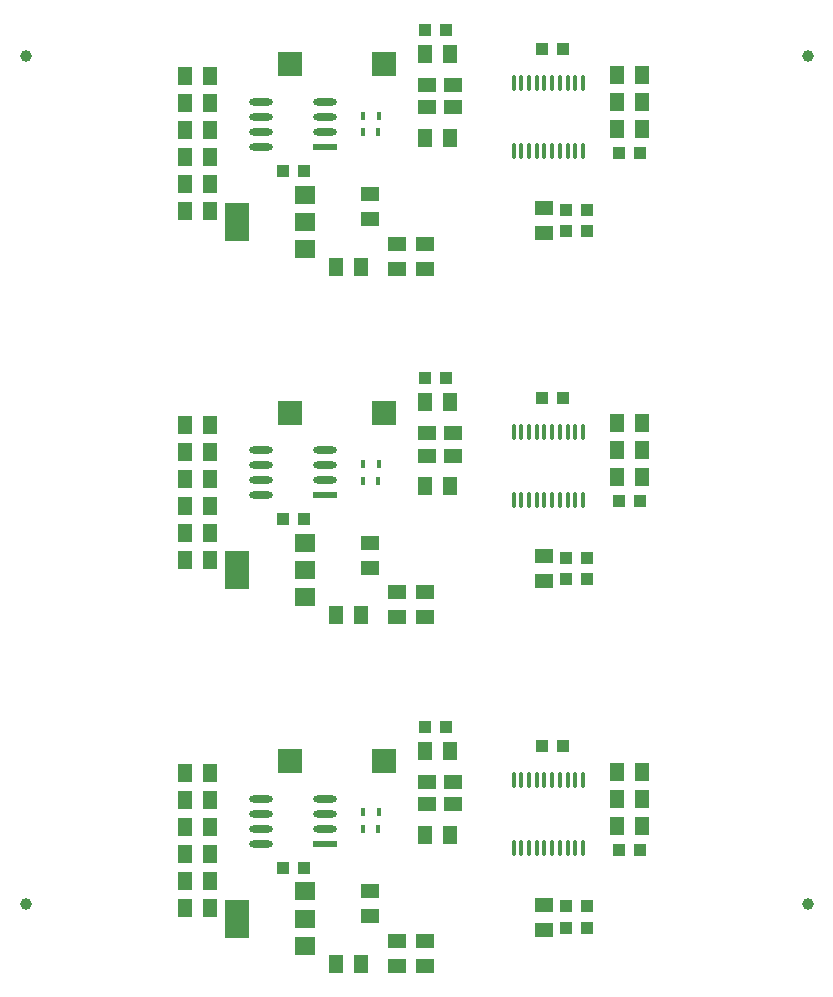
<source format=gtp>
G04 Layer_Color=8421504*
%FSLAX44Y44*%
%MOMM*%
G71*
G01*
G75*
%ADD10C,1.0000*%
%ADD11R,1.2000X1.6300*%
%ADD12R,1.0000X1.0000*%
%ADD13R,0.4000X0.8000*%
%ADD14R,1.6300X1.2000*%
%ADD15R,2.0000X0.6000*%
%ADD16O,2.0000X0.6000*%
%ADD17R,2.0000X2.0000*%
%ADD18R,1.5000X1.2000*%
%ADD19R,1.8000X1.5000*%
%ADD20R,2.0000X3.2000*%
%ADD21R,1.0000X1.0000*%
%ADD22O,0.3000X1.5000*%
D10*
X34000Y68500D02*
D03*
X696000Y786500D02*
D03*
X34000D02*
D03*
X696000Y68500D02*
D03*
D11*
X555480Y180340D02*
D03*
X534480D02*
D03*
X168720Y87630D02*
D03*
X189720D02*
D03*
X555480Y157480D02*
D03*
X534480D02*
D03*
X168720Y156210D02*
D03*
X189720D02*
D03*
X168720Y133350D02*
D03*
X189720D02*
D03*
Y110490D02*
D03*
X168720D02*
D03*
Y179070D02*
D03*
X189720D02*
D03*
X371920Y198120D02*
D03*
X392920D02*
D03*
X168720Y64770D02*
D03*
X189720D02*
D03*
X296990Y17780D02*
D03*
X317990D02*
D03*
X392920Y127000D02*
D03*
X371920D02*
D03*
X555480Y134620D02*
D03*
X534480D02*
D03*
X555480Y475340D02*
D03*
X534480D02*
D03*
X168720Y382630D02*
D03*
X189720D02*
D03*
X555480Y452480D02*
D03*
X534480D02*
D03*
X168720Y451210D02*
D03*
X189720D02*
D03*
X168720Y428350D02*
D03*
X189720D02*
D03*
Y405490D02*
D03*
X168720D02*
D03*
Y474070D02*
D03*
X189720D02*
D03*
X371920Y493120D02*
D03*
X392920D02*
D03*
X168720Y359770D02*
D03*
X189720D02*
D03*
X296990Y312780D02*
D03*
X317990D02*
D03*
X392920Y422000D02*
D03*
X371920D02*
D03*
X555480Y429620D02*
D03*
X534480D02*
D03*
X555480Y770340D02*
D03*
X534480D02*
D03*
X168720Y677630D02*
D03*
X189720D02*
D03*
X555480Y747480D02*
D03*
X534480D02*
D03*
X168720Y746210D02*
D03*
X189720D02*
D03*
X168720Y723350D02*
D03*
X189720D02*
D03*
Y700490D02*
D03*
X168720D02*
D03*
Y769070D02*
D03*
X189720D02*
D03*
X371920Y788120D02*
D03*
X392920D02*
D03*
X168720Y654770D02*
D03*
X189720D02*
D03*
X296990Y607780D02*
D03*
X317990D02*
D03*
X392920Y717000D02*
D03*
X371920D02*
D03*
X555480Y724620D02*
D03*
X534480D02*
D03*
D12*
X251390Y99060D02*
D03*
X269360D02*
D03*
X372040Y218440D02*
D03*
X390010D02*
D03*
X471100Y201930D02*
D03*
X489070D02*
D03*
X535870Y114300D02*
D03*
X553840D02*
D03*
X251390Y394060D02*
D03*
X269360D02*
D03*
X372040Y513440D02*
D03*
X390010D02*
D03*
X471100Y496930D02*
D03*
X489070D02*
D03*
X535870Y409300D02*
D03*
X553840D02*
D03*
X251390Y689060D02*
D03*
X269360D02*
D03*
X372040Y808440D02*
D03*
X390010D02*
D03*
X471100Y791930D02*
D03*
X489070D02*
D03*
X535870Y704300D02*
D03*
X553840D02*
D03*
D13*
X332890Y145796D02*
D03*
X319428D02*
D03*
X332636Y131826D02*
D03*
X319174D02*
D03*
X332890Y440796D02*
D03*
X319428D02*
D03*
X332636Y426826D02*
D03*
X319174D02*
D03*
X332890Y735796D02*
D03*
X319428D02*
D03*
X332636Y721826D02*
D03*
X319174D02*
D03*
D14*
X325270Y58080D02*
D03*
Y79080D02*
D03*
X348130Y37170D02*
D03*
Y16170D02*
D03*
X372260D02*
D03*
Y37170D02*
D03*
X472590Y46650D02*
D03*
Y67650D02*
D03*
X325270Y353080D02*
D03*
Y374080D02*
D03*
X348130Y332170D02*
D03*
Y311170D02*
D03*
X372260D02*
D03*
Y332170D02*
D03*
X472590Y341650D02*
D03*
Y362650D02*
D03*
X325270Y648080D02*
D03*
Y669080D02*
D03*
X348130Y627170D02*
D03*
Y606170D02*
D03*
X372260D02*
D03*
Y627170D02*
D03*
X472590Y636650D02*
D03*
Y657650D02*
D03*
D15*
X287500Y119380D02*
D03*
Y414380D02*
D03*
Y709380D02*
D03*
D16*
Y132080D02*
D03*
Y144780D02*
D03*
Y157480D02*
D03*
X233500Y119380D02*
D03*
Y132080D02*
D03*
Y144780D02*
D03*
Y157480D02*
D03*
X287500Y427080D02*
D03*
Y439780D02*
D03*
Y452480D02*
D03*
X233500Y414380D02*
D03*
Y427080D02*
D03*
Y439780D02*
D03*
Y452480D02*
D03*
X287500Y722080D02*
D03*
Y734780D02*
D03*
Y747480D02*
D03*
X233500Y709380D02*
D03*
Y722080D02*
D03*
Y734780D02*
D03*
Y747480D02*
D03*
D17*
X337330Y189230D02*
D03*
X257330D02*
D03*
X337330Y484230D02*
D03*
X257330D02*
D03*
X337330Y779230D02*
D03*
X257330D02*
D03*
D18*
X373420Y171958D02*
D03*
Y152654D02*
D03*
X396026D02*
D03*
Y171958D02*
D03*
X373420Y466958D02*
D03*
Y447654D02*
D03*
X396026D02*
D03*
Y466958D02*
D03*
X373420Y761958D02*
D03*
Y742654D02*
D03*
X396026D02*
D03*
Y761958D02*
D03*
D19*
X270450Y78880D02*
D03*
Y55880D02*
D03*
Y32880D02*
D03*
Y373880D02*
D03*
Y350880D02*
D03*
Y327880D02*
D03*
Y668880D02*
D03*
Y645880D02*
D03*
Y622880D02*
D03*
D20*
X212450Y55880D02*
D03*
Y350880D02*
D03*
Y645880D02*
D03*
D21*
X491640Y66260D02*
D03*
Y48290D02*
D03*
X509420Y66260D02*
D03*
Y48290D02*
D03*
X491640Y361260D02*
D03*
Y343290D02*
D03*
X509420Y361260D02*
D03*
Y343290D02*
D03*
X491640Y656260D02*
D03*
Y638290D02*
D03*
X509420Y656260D02*
D03*
Y638290D02*
D03*
D22*
X447190Y115570D02*
D03*
X453690D02*
D03*
X460190D02*
D03*
X466690D02*
D03*
X473190D02*
D03*
X479690D02*
D03*
X486190D02*
D03*
X492690D02*
D03*
X499190D02*
D03*
X505690D02*
D03*
X447190Y173070D02*
D03*
X453690D02*
D03*
X460190D02*
D03*
X466690D02*
D03*
X473190D02*
D03*
X479690D02*
D03*
X486190D02*
D03*
X492690D02*
D03*
X499190D02*
D03*
X505690D02*
D03*
X447190Y410570D02*
D03*
X453690D02*
D03*
X460190D02*
D03*
X466690D02*
D03*
X473190D02*
D03*
X479690D02*
D03*
X486190D02*
D03*
X492690D02*
D03*
X499190D02*
D03*
X505690D02*
D03*
X447190Y468070D02*
D03*
X453690D02*
D03*
X460190D02*
D03*
X466690D02*
D03*
X473190D02*
D03*
X479690D02*
D03*
X486190D02*
D03*
X492690D02*
D03*
X499190D02*
D03*
X505690D02*
D03*
X447190Y705570D02*
D03*
X453690D02*
D03*
X460190D02*
D03*
X466690D02*
D03*
X473190D02*
D03*
X479690D02*
D03*
X486190D02*
D03*
X492690D02*
D03*
X499190D02*
D03*
X505690D02*
D03*
X447190Y763070D02*
D03*
X453690D02*
D03*
X460190D02*
D03*
X466690D02*
D03*
X473190D02*
D03*
X479690D02*
D03*
X486190D02*
D03*
X492690D02*
D03*
X499190D02*
D03*
X505690D02*
D03*
M02*

</source>
